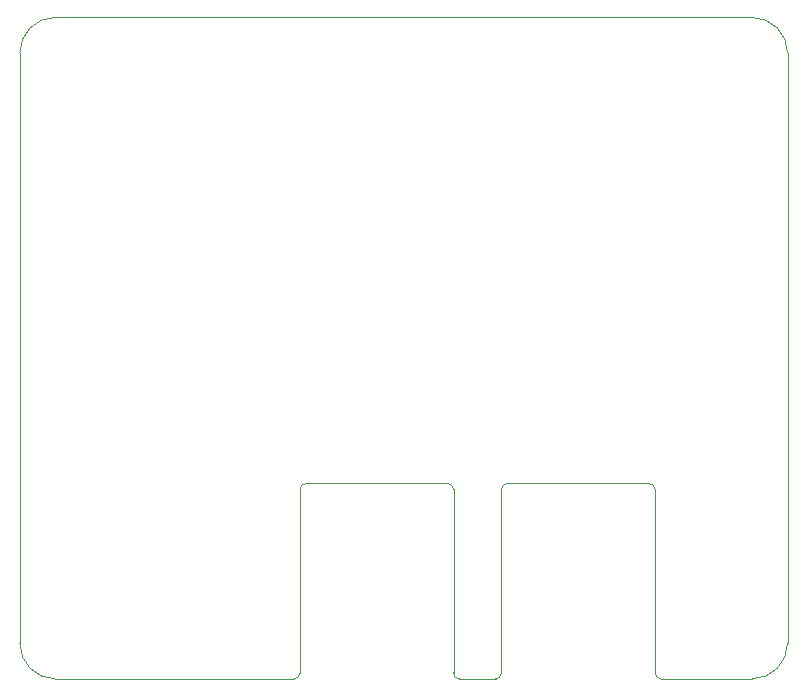
<source format=gm1>
%TF.GenerationSoftware,KiCad,Pcbnew,7.0.1-0*%
%TF.CreationDate,2023-07-11T12:02:19-05:00*%
%TF.ProjectId,little_switch,6c697474-6c65-45f7-9377-697463682e6b,2*%
%TF.SameCoordinates,PX4221330PY3d0af40*%
%TF.FileFunction,Profile,NP*%
%FSLAX46Y46*%
G04 Gerber Fmt 4.6, Leading zero omitted, Abs format (unit mm)*
G04 Created by KiCad (PCBNEW 7.0.1-0) date 2023-07-11 12:02:19*
%MOMM*%
%LPD*%
G01*
G04 APERTURE LIST*
%TA.AperFunction,Profile*%
%ADD10C,0.100000*%
%TD*%
G04 APERTURE END LIST*
D10*
X36780000Y-52500000D02*
G75*
G03*
X37280000Y-52000000I0J500000D01*
G01*
X-500000Y3500000D02*
G75*
G03*
X-3500000Y500000I0J-3000000D01*
G01*
X50285000Y-36460000D02*
G75*
G03*
X49785000Y-35960000I-500000J0D01*
G01*
X33220000Y-36460000D02*
G75*
G03*
X32720000Y-35960000I-500000J0D01*
G01*
X33220000Y-36460000D02*
X33220000Y-52000000D01*
X50285000Y-36460000D02*
X50285000Y-52000000D01*
X58500000Y-52500000D02*
G75*
G03*
X61500000Y-49500000I0J3000000D01*
G01*
X37780000Y-35960000D02*
G75*
G03*
X37280000Y-36460000I0J-500000D01*
G01*
X58500000Y-52500000D02*
X50785000Y-52500000D01*
X-3500000Y-49500000D02*
G75*
G03*
X-500000Y-52500000I3000000J0D01*
G01*
X61500000Y500000D02*
X61500000Y-49500000D01*
X-500000Y-52500000D02*
X19715000Y-52500000D01*
X37780000Y-35960000D02*
X49785000Y-35960000D01*
X-500000Y3500000D02*
X58500000Y3500000D01*
X20215000Y-52000000D02*
X20215000Y-36460000D01*
X-3500000Y500000D02*
X-3500000Y-49500000D01*
X20715000Y-35960000D02*
G75*
G03*
X20215000Y-36460000I0J-500000D01*
G01*
X33220000Y-52000000D02*
G75*
G03*
X33720000Y-52500000I500000J0D01*
G01*
X20715000Y-35960000D02*
X32720000Y-35960000D01*
X61500000Y500000D02*
G75*
G03*
X58500000Y3500000I-3000000J0D01*
G01*
X50285000Y-52000000D02*
G75*
G03*
X50785000Y-52500000I500000J0D01*
G01*
X19715000Y-52500000D02*
G75*
G03*
X20215000Y-52000000I0J500000D01*
G01*
X33720000Y-52500000D02*
X36780000Y-52500000D01*
X37280000Y-52000000D02*
X37280000Y-36460000D01*
M02*

</source>
